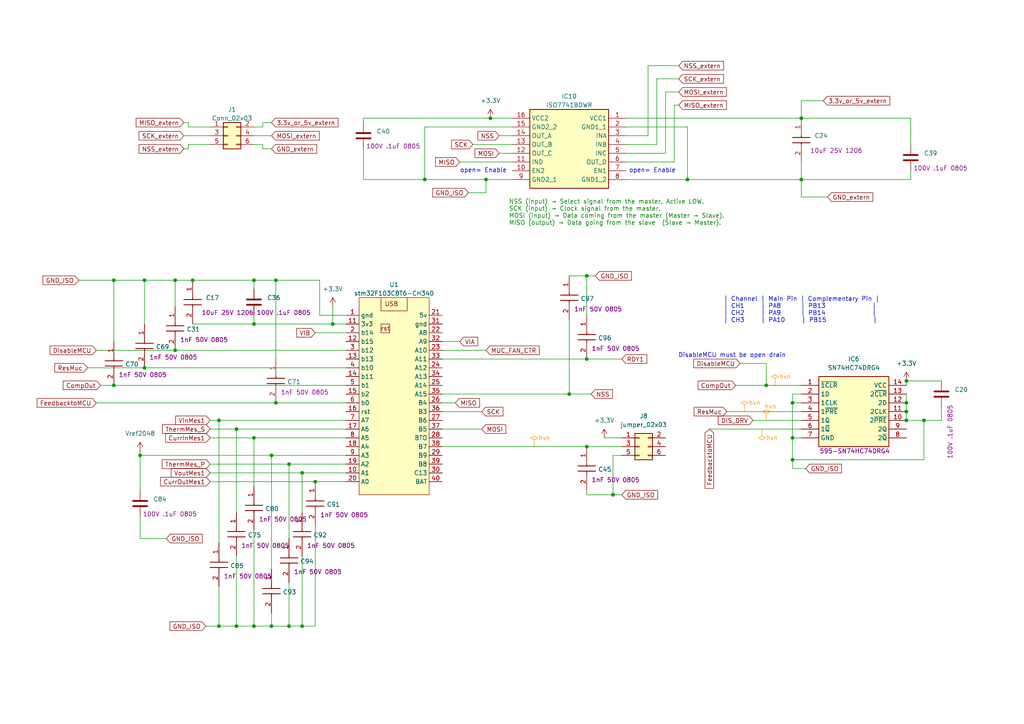
<source format=kicad_sch>
(kicad_sch (version 20250114) (generator "eeschema") (generator_version "9.0")
  (paper "A4")
  (title_block (title "LLC 400V/48V 1200W 100kHz") (date "2025-10-14") (rev "5") (company "Abdelaziz BOUZIANI"))
  (lib_symbols
    (symbol "C0805C102J5GACTU:C0805C102J5GACTU" (pin_names (hide yes))
      (property "Reference" "C" (at 8.89 6.35 0))
      (property "Value" "C0805C102J5GACTU" (at 8.89 3.81 0))
      (symbol "C0805C102J5GACTU_1_1"
        (polyline (pts (xy 5.08 0) (xy 5.588 0)) (stroke (width 0.254)))
        (polyline (pts (xy 5.588 2.54) (xy 5.588 -2.54)) (stroke (width 0.254)))
        (polyline (pts (xy 7.112 2.54) (xy 7.112 -2.54)) (stroke (width 0.254)))
        (polyline (pts (xy 7.112 0) (xy 7.62 0)) (stroke (width 0.254)))
        (pin passive line (at 0 0 0) (length 5.08) (name "1") (number "1"))
        (pin passive line (at 12.7 0 180) (length 5.08) (name "2") (number "2"))
      )
    )
    (symbol "Connector_Generic:Conn_02x03_Odd_Even" (pin_names (offset 1.016) (hide yes))
      (property "Reference" "J" (at 1.27 5.08 0))
      (property "Value" "Conn_02x03_Odd_Even" (at 1.27 -5.08 0))
      (symbol "Conn_02x03_Odd_Even_1_1"
        (rectangle (start -1.27 3.81) (end 3.81 -3.81) (stroke (width 0.254)) (fill (type background)))
        (rectangle (start -1.27 2.667) (end 0 2.413) (stroke (width 0.1524)))
        (rectangle (start -1.27 0.127) (end 0 -0.127) (stroke (width 0.1524)))
        (rectangle (start -1.27 -2.413) (end 0 -2.667) (stroke (width 0.1524)))
        (rectangle (start 3.81 2.667) (end 2.54 2.413) (stroke (width 0.1524)))
        (rectangle (start 3.81 0.127) (end 2.54 -0.127) (stroke (width 0.1524)))
        (rectangle (start 3.81 -2.413) (end 2.54 -2.667) (stroke (width 0.1524)))
        (pin passive line (at -5.08 2.54 0) (length 3.81) (name "Pin_1") (number "1"))
        (pin passive line (at -5.08 0 0) (length 3.81) (name "Pin_3") (number "3"))
        (pin passive line (at -5.08 -2.54 0) (length 3.81) (name "Pin_5") (number "5"))
        (pin passive line (at 7.62 2.54 180) (length 3.81) (name "Pin_2") (number "2"))
        (pin passive line (at 7.62 0 180) (length 3.81) (name "Pin_4") (number "4"))
        (pin passive line (at 7.62 -2.54 180) (length 3.81) (name "Pin_6") (number "6"))
      )
    )
    (symbol "Device:C" (pin_numbers (hide yes)) (pin_names (offset 0.254))
      (property "Reference" "C" (at 0.635 2.54 0))
      (property "Value" "C" (at 0.635 -2.54 0))
      (symbol "C_0_1"
        (polyline (pts (xy -2.032 0.762) (xy 2.032 0.762)) (stroke (width 0.508)))
        (polyline (pts (xy -2.032 -0.762) (xy 2.032 -0.762)) (stroke (width 0.508)))
      )
      (symbol "C_1_1"
        (pin passive line (at 0 3.81 270) (length 2.794) (name "~") (number "1"))
        (pin passive line (at 0 -3.81 90) (length 2.794) (name "~") (number "2"))
      )
    )
    (symbol "GRM31CR71E106KA12K:GRM31CR71E106KA12K" (pin_names (hide yes))
      (property "Reference" "C" (at 8.89 6.35 0))
      (property "Value" "GRM31CR71E106KA12K" (at 8.89 3.81 0))
      (symbol "GRM31CR71E106KA12K_1_1"
        (polyline (pts (xy 5.08 0) (xy 5.588 0)) (stroke (width 0.254)))
        (polyline (pts (xy 5.588 2.54) (xy 5.588 -2.54)) (stroke (width 0.254)))
        (polyline (pts (xy 7.112 2.54) (xy 7.112 -2.54)) (stroke (width 0.254)))
        (polyline (pts (xy 7.112 0) (xy 7.62 0)) (stroke (width 0.254)))
        (pin passive line (at 0 0 0) (length 5.08) (name "1") (number "1"))
        (pin passive line (at 12.7 0 180) (length 5.08) (name "2") (number "2"))
      )
    )
    (symbol "ISO7741BDWR:ISO7741BDWR"
      (property "Reference" "IC" (at 29.21 7.62 0))
      (property "Value" "ISO7741BDWR" (at 29.21 5.08 0))
      (symbol "ISO7741BDWR_1_1"
        (rectangle (start 5.08 2.54) (end 27.94 -20.32) (stroke (width 0.254)) (fill (type background)))
        (pin passive line (at 0 0 0) (length 5.08) (name "VCC1") (number "1"))
        (pin passive line (at 0 -2.54 0) (length 5.08) (name "GND1_1") (number "2"))
        (pin passive line (at 0 -5.08 0) (length 5.08) (name "INA") (number "3"))
        (pin passive line (at 0 -7.62 0) (length 5.08) (name "INB") (number "4"))
        (pin passive line (at 0 -10.16 0) (length 5.08) (name "INC") (number "5"))
        (pin passive line (at 0 -12.7 0) (length 5.08) (name "OUT_D") (number "6"))
        (pin passive line (at 0 -15.24 0) (length 5.08) (name "EN1") (number "7"))
        (pin passive line (at 0 -17.78 0) (length 5.08) (name "GND1_2") (number "8"))
        (pin passive line (at 33.02 0 180) (length 5.08) (name "VCC2") (number "16"))
        (pin passive line (at 33.02 -2.54 180) (length 5.08) (name "GND2_2") (number "15"))
        (pin passive line (at 33.02 -5.08 180) (length 5.08) (name "OUT_A") (number "14"))
        (pin passive line (at 33.02 -7.62 180) (length 5.08) (name "OUT_B") (number "13"))
        (pin passive line (at 33.02 -10.16 180) (length 5.08) (name "OUT_C") (number "12"))
        (pin passive line (at 33.02 -12.7 180) (length 5.08) (name "IND") (number "11"))
        (pin passive line (at 33.02 -15.24 180) (length 5.08) (name "EN2") (number "10"))
        (pin passive line (at 33.02 -17.78 180) (length 5.08) (name "GND2_1") (number "9"))
      )
    )
    (symbol "New_Library:SMT32F1-MINI"
      (property "Reference" "U" (at 0 0 0))
      (symbol "SMT32F1-MINI_1_1"
        (rectangle (start -10.16 -3.81) (end 10.16 -60.96) (fill (type background)))
        (rectangle (start -3.81 -3.81) (end 3.81 -7.62))
        (rectangle (start -3.81 -11.43) (end -1.27 -13.97))
        (text "rst\n" (at -2.54 -12.7 0) (effects (font (size 1.27 1.27))))
        (text "USB\n" (at -0.762 -5.588 0) (effects (font (size 1.27 1.27))))
        (pin input line (at -13.97 -8.89 0) (length 3.81) (name "gnd") (number "1"))
        (pin input line (at -13.97 -11.43 0) (length 3.81) (name "3v3") (number "11"))
        (pin input line (at -13.97 -13.97 0) (length 3.81) (name "b14") (number "2"))
        (pin input line (at -13.97 -16.51 0) (length 3.81) (name "b15") (number "12"))
        (pin input line (at -13.97 -19.05 0) (length 3.81) (name "b12") (number "3"))
        (pin input line (at -13.97 -21.59 0) (length 3.81) (name "b13") (number "13"))
        (pin input line (at -13.97 -24.13 0) (length 3.81) (name "b10") (number "4"))
        (pin input line (at -13.97 -26.67 0) (length 3.81) (name "b11") (number "14"))
        (pin input line (at -13.97 -29.21 0) (length 3.81) (name "b1") (number "5"))
        (pin input line (at -13.97 -31.75 0) (length 3.81) (name "b2") (number "15"))
        (pin input line (at -13.97 -34.29 0) (length 3.81) (name "b0") (number "6"))
        (pin input line (at -13.97 -36.83 0) (length 3.81) (name "rst") (number "16"))
        (pin input line (at -13.97 -39.37 0) (length 3.81) (name "A7") (number "7"))
        (pin input line (at -13.97 -41.91 0) (length 3.81) (name "A6") (number "17"))
        (pin input line (at -13.97 -44.45 0) (length 3.81) (name "A5") (number "8"))
        (pin input line (at -13.97 -46.99 0) (length 3.81) (name "A4") (number "18"))
        (pin input line (at -13.97 -49.53 0) (length 3.81) (name "A3") (number "9"))
        (pin input line (at -13.97 -52.07 0) (length 3.81) (name "A2") (number "19"))
        (pin input line (at -13.97 -54.61 0) (length 3.81) (name "A1") (number "10"))
        (pin input line (at -13.97 -57.15 0) (length 3.81) (name "A0") (number "20"))
        (pin input line (at 13.97 -8.89 180) (length 3.81) (name "5v") (number "21"))
        (pin input line (at 13.97 -11.43 180) (length 3.81) (name "gnd") (number "31"))
        (pin input line (at 13.97 -13.97 180) (length 3.81) (name "A8") (number "22"))
        (pin input line (at 13.97 -16.51 180) (length 3.81) (name "A9") (number "32"))
        (pin input line (at 13.97 -19.05 180) (length 3.81) (name "A10") (number "23"))
        (pin input line (at 13.97 -21.59 180) (length 3.81) (name "A11") (number "33"))
        (pin input line (at 13.97 -24.13 180) (length 3.81) (name "A12") (number "24"))
        (pin input line (at 13.97 -26.67 180) (length 3.81) (name "A13") (number "34"))
        (pin input line (at 13.97 -29.21 180) (length 3.81) (name "A14") (number "25"))
        (pin input line (at 13.97 -31.75 180) (length 3.81) (name "A15") (number "35"))
        (pin input line (at 13.97 -34.29 180) (length 3.81) (name "B4") (number "26"))
        (pin input line (at 13.97 -36.83 180) (length 3.81) (name "B3") (number "36"))
        (pin input line (at 13.97 -39.37 180) (length 3.81) (name "B6") (number "27"))
        (pin input line (at 13.97 -41.91 180) (length 3.81) (name "B5") (number "37"))
        (pin input line (at 13.97 -44.45 180) (length 3.81) (name "BTO") (number "28"))
        (pin input line (at 13.97 -46.99 180) (length 3.81) (name "B7") (number "38"))
        (pin input line (at 13.97 -49.53 180) (length 3.81) (name "B9") (number "29"))
        (pin input line (at 13.97 -52.07 180) (length 3.81) (name "B8") (number "39"))
        (pin input line (at 13.97 -54.61 180) (length 3.81) (name "C13") (number "30"))
        (pin input line (at 13.97 -57.15 180) (length 3.81) (name "BAT") (number "40"))
      )
    )
    (symbol "SN74HC74DRG4:SN74HC74DRG4"
      (property "Reference" "IC" (at 26.67 7.62 0))
      (property "Value" "SN74HC74DRG4" (at 26.67 5.08 0))
      (symbol "SN74HC74DRG4_1_1"
        (rectangle (start 5.08 2.54) (end 25.4 -17.78) (stroke (width 0.254)) (fill (type background)))
        (pin passive line (at 0 0 0) (length 5.08) (name "~{1CLR}") (number "1"))
        (pin passive line (at 0 -2.54 0) (length 5.08) (name "1D") (number "2"))
        (pin passive line (at 0 -5.08 0) (length 5.08) (name "1CLK") (number "3"))
        (pin passive line (at 0 -7.62 0) (length 5.08) (name "1~{PRE}") (number "4"))
        (pin passive line (at 0 -10.16 0) (length 5.08) (name "1Q") (number "5"))
        (pin passive line (at 0 -12.7 0) (length 5.08) (name "1~{Q}") (number "6"))
        (pin passive line (at 0 -15.24 0) (length 5.08) (name "GND") (number "7"))
        (pin passive line (at 30.48 0 180) (length 5.08) (name "VCC") (number "14"))
        (pin passive line (at 30.48 -2.54 180) (length 5.08) (name "2~{CLR}") (number "13"))
        (pin passive line (at 30.48 -5.08 180) (length 5.08) (name "2D") (number "12"))
        (pin passive line (at 30.48 -7.62 180) (length 5.08) (name "2CLK") (number "11"))
        (pin passive line (at 30.48 -10.16 180) (length 5.08) (name "2~{PRE}") (number "10"))
        (pin passive line (at 30.48 -12.7 180) (length 5.08) (name "2Q") (number "9"))
        (pin passive line (at 30.48 -15.24 180) (length 5.08) (name "2~{Q}") (number "8"))
      )
    )
    (symbol "power:+3V0" (power) (pin_numbers (hide yes)) (pin_names (offset 0) (hide yes))
      (property "Value" "+3V0" (at 0 3.556 0))
      (symbol "+3V0_0_1"
        (polyline (pts (xy -0.762 1.27) (xy 0 2.54)))
        (polyline (pts (xy 0 2.54) (xy 0.762 1.27)))
        (polyline (pts (xy 0 0) (xy 0 2.54)))
      )
      (symbol "+3V0_1_1"
        (pin power_in line (at 0 0 90) (length 0) (name "~") (number "1"))
      )
    )
    (symbol "power:+5V" (power) (pin_numbers (hide yes)) (pin_names (offset 0) (hide yes))
      (property "Value" "+5V" (at 0 3.556 0))
      (symbol "+5V_0_1"
        (polyline (pts (xy -0.762 1.27) (xy 0 2.54)))
        (polyline (pts (xy 0 2.54) (xy 0.762 1.27)))
        (polyline (pts (xy 0 0) (xy 0 2.54)))
      )
      (symbol "+5V_1_1"
        (pin power_in line (at 0 0 90) (length 0) (name "~") (number "1"))
      )
    )
  )
  (text "DisableMCU must be open drain\n" (at 212.344 103.124 0) (effects (font (size 1.27 1.27))))
  (text "| Channel | Main Pin | Complementary Pin |\n| CH1     | PA8      | PB13              |\n| CH2     | PA9      | PB14              |\n| CH3     | PA10     | PB15              |" (at 209.804 89.916 0) (effects (font (size 1.27 1.27)) (justify left)))
  (text "open= Enable\n" (at 189.23 49.53 0) (effects (font (size 1.27 1.27))))
  (text "open= Enable\n" (at 140.208 49.53 0) (effects (font (size 1.27 1.27))))
  (text "NSS (input) → Select signal from the master. Active LOW. \nSCK (input) → Clock signal from the master. \nMOSI (input) → Data coming from the master (Master → Slave).\nMISO (output) → Data going from the slave  (Slave → Master)." (at 147.574 61.722 0) (effects (font (size 1.27 1.27)) (justify left)))
  (junction (at 229.87 127))
  (junction (at 73.66 81.28))
  (junction (at 229.87 116.84))
  (junction (at 33.02 111.76))
  (junction (at 50.8 101.6))
  (junction (at 91.44 139.7))
  (junction (at 40.64 132.08))
  (junction (at 170.18 104.14))
  (junction (at 142.24 34.29))
  (junction (at 83.82 181.61))
  (junction (at 140.97 52.07))
  (junction (at 267.97 121.92))
  (junction (at 80.01 116.84))
  (junction (at 73.66 93.98))
  (junction (at 87.63 181.61))
  (junction (at 232.41 52.07))
  (junction (at 73.66 181.61))
  (junction (at 83.82 134.62))
  (junction (at 222.25 111.76))
  (junction (at 33.02 81.28))
  (junction (at 63.5 181.61))
  (junction (at 87.63 137.16))
  (junction (at 80.01 81.28))
  (junction (at 123.19 52.07))
  (junction (at 41.91 81.28))
  (junction (at 262.89 119.38))
  (junction (at 262.89 110.49))
  (junction (at 68.58 124.46))
  (junction (at 165.1 114.3))
  (junction (at 170.18 129.54))
  (junction (at 78.74 181.61))
  (junction (at 73.66 127))
  (junction (at 96.52 93.98))
  (junction (at 50.8 81.28))
  (junction (at 41.91 106.68))
  (junction (at 262.89 121.92))
  (junction (at 262.89 116.84))
  (junction (at 55.88 81.28))
  (junction (at 199.39 52.07))
  (junction (at 63.5 121.92))
  (junction (at 170.18 80.01))
  (junction (at 232.41 34.29))
  (junction (at 229.87 133.35))
  (junction (at 68.58 181.61))
  (junction (at 78.74 132.08))
  (junction (at 177.8 143.51))
  (wire (pts (xy 54.61 43.18) (xy 54.61 41.91)))
  (wire (pts (xy 262.89 116.84) (xy 262.89 119.38)))
  (wire (pts (xy 187.96 19.05) (xy 187.96 39.37)))
  (wire (pts (xy 128.27 104.14) (xy 170.18 104.14)))
  (wire (pts (xy 53.34 35.56) (xy 54.61 35.56)))
  (wire (pts (xy 22.86 81.28) (xy 33.02 81.28)))
  (wire (pts (xy 128.27 119.38) (xy 139.7 119.38)))
  (wire (pts (xy 172.72 80.01) (xy 170.18 80.01)))
  (wire (pts (xy 140.97 52.07) (xy 148.59 52.07)))
  (wire (pts (xy 229.87 133.35) (xy 267.97 133.35)))
  (wire (pts (xy 170.18 142.24) (xy 170.18 143.51)))
  (wire (pts (xy 91.44 139.7) (xy 100.33 139.7)))
  (wire (pts (xy 73.66 181.61) (xy 78.74 181.61)))
  (wire (pts (xy 232.41 34.29) (xy 181.61 34.29)))
  (wire (pts (xy 170.18 129.54) (xy 180.34 129.54)))
  (wire (pts (xy 50.8 81.28) (xy 55.88 81.28)))
  (wire (pts (xy 53.34 39.37) (xy 60.96 39.37)))
  (wire (pts (xy 232.41 52.07) (xy 199.39 52.07)))
  (wire (pts (xy 55.88 93.98) (xy 73.66 93.98)))
  (wire (pts (xy 96.52 93.98) (xy 100.33 93.98)))
  (wire (pts (xy 264.16 34.29) (xy 264.16 41.91)))
  (wire (pts (xy 196.85 26.67) (xy 193.04 26.67)))
  (wire (pts (xy 59.69 181.61) (xy 63.5 181.61)))
  (wire (pts (xy 63.5 181.61) (xy 68.58 181.61)))
  (wire (pts (xy 40.64 156.21) (xy 40.64 149.86)))
  (wire (pts (xy 128.27 114.3) (xy 165.1 114.3)))
  (wire (pts (xy 73.66 81.28) (xy 80.01 81.28)))
  (wire (pts (xy 262.89 110.49) (xy 273.05 110.49)))
  (wire (pts (xy 187.96 39.37) (xy 181.61 39.37)))
  (wire (pts (xy 92.71 91.44) (xy 100.33 91.44)))
  (wire (pts (xy 92.71 91.44) (xy 92.71 81.28)))
  (wire (pts (xy 68.58 181.61) (xy 73.66 181.61)))
  (wire (pts (xy 128.27 124.46) (xy 139.7 124.46)))
  (wire (pts (xy 54.61 35.56) (xy 54.61 36.83)))
  (wire (pts (xy 87.63 181.61) (xy 91.44 181.61)))
  (wire (pts (xy 196.85 22.86) (xy 190.5 22.86)))
  (wire (pts (xy 91.44 152.4) (xy 91.44 181.61)))
  (wire (pts (xy 196.85 30.48) (xy 195.58 30.48)))
  (wire (pts (xy 177.8 143.51) (xy 180.34 143.51)))
  (wire (pts (xy 264.16 49.53) (xy 264.16 52.07)))
  (wire (pts (xy 229.87 135.89) (xy 229.87 133.35)))
  (wire (pts (xy 229.87 114.3) (xy 232.41 114.3)))
  (wire (pts (xy 170.18 104.14) (xy 180.34 104.14)))
  (wire (pts (xy 105.41 34.29) (xy 105.41 35.56)))
  (wire (pts (xy 63.5 121.92) (xy 63.5 157.48)))
  (wire (pts (xy 199.39 52.07) (xy 181.61 52.07)))
  (wire (pts (xy 50.8 101.6) (xy 100.33 101.6)))
  (wire (pts (xy 87.63 161.29) (xy 87.63 181.61)))
  (wire (pts (xy 148.59 34.29) (xy 142.24 34.29)))
  (wire (pts (xy 78.74 43.18) (xy 76.2 43.18)))
  (wire (pts (xy 229.87 116.84) (xy 232.41 116.84)))
  (wire (pts (xy 229.87 133.35) (xy 229.87 127)))
  (wire (pts (xy 33.02 111.76) (xy 100.33 111.76)))
  (wire (pts (xy 55.88 81.28) (xy 73.66 81.28)))
  (wire (pts (xy 33.02 81.28) (xy 41.91 81.28)))
  (wire (pts (xy 78.74 181.61) (xy 83.82 181.61)))
  (wire (pts (xy 29.21 111.76) (xy 33.02 111.76)))
  (wire (pts (xy 262.89 110.49) (xy 262.89 111.76)))
  (wire (pts (xy 60.96 127) (xy 73.66 127)))
  (wire (pts (xy 63.5 121.92) (xy 100.33 121.92)))
  (wire (pts (xy 41.91 106.68) (xy 100.33 106.68)))
  (wire (pts (xy 273.05 118.11) (xy 273.05 121.92)))
  (wire (pts (xy 148.59 39.37) (xy 144.78 39.37)))
  (wire (pts (xy 73.66 127) (xy 100.33 127)))
  (wire (pts (xy 267.97 121.92) (xy 267.97 133.35)))
  (wire (pts (xy 50.8 81.28) (xy 50.8 88.9)))
  (wire (pts (xy 41.91 81.28) (xy 50.8 81.28)))
  (wire (pts (xy 233.68 135.89) (xy 229.87 135.89)))
  (wire (pts (xy 170.18 80.01) (xy 170.18 91.44)))
  (wire (pts (xy 222.25 111.76) (xy 232.41 111.76)))
  (wire (pts (xy 73.66 93.98) (xy 73.66 91.44)))
  (wire (pts (xy 264.16 52.07) (xy 232.41 52.07)))
  (wire (pts (xy 148.59 36.83) (xy 123.19 36.83)))
  (wire (pts (xy 232.41 46.99) (xy 232.41 52.07)))
  (wire (pts (xy 128.27 116.84) (xy 132.08 116.84)))
  (wire (pts (xy 53.34 43.18) (xy 54.61 43.18)))
  (wire (pts (xy 63.5 181.61) (xy 63.5 170.18)))
  (wire (pts (xy 238.76 29.21) (xy 232.41 29.21)))
  (wire (pts (xy 190.5 22.86) (xy 190.5 41.91)))
  (wire (pts (xy 213.36 111.76) (xy 222.25 111.76)))
  (wire (pts (xy 273.05 121.92) (xy 267.97 121.92)))
  (wire (pts (xy 27.94 116.84) (xy 80.01 116.84)))
  (wire (pts (xy 83.82 134.62) (xy 100.33 134.62)))
  (wire (pts (xy 73.66 153.67) (xy 73.66 181.61)))
  (wire (pts (xy 232.41 119.38) (xy 210.82 119.38)))
  (wire (pts (xy 123.19 52.07) (xy 140.97 52.07)))
  (wire (pts (xy 232.41 57.15) (xy 240.03 57.15)))
  (wire (pts (xy 148.59 44.45) (xy 144.78 44.45)))
  (wire (pts (xy 40.64 132.08) (xy 40.64 130.81)))
  (wire (pts (xy 105.41 52.07) (xy 123.19 52.07)))
  (wire (pts (xy 128.27 129.54) (xy 170.18 129.54)))
  (wire (pts (xy 222.25 105.41) (xy 222.25 111.76)))
  (wire (pts (xy 165.1 114.3) (xy 171.45 114.3)))
  (wire (pts (xy 170.18 143.51) (xy 177.8 143.51)))
  (wire (pts (xy 78.74 35.56) (xy 76.2 35.56)))
  (wire (pts (xy 135.89 55.88) (xy 140.97 55.88)))
  (wire (pts (xy 68.58 124.46) (xy 68.58 148.59)))
  (wire (pts (xy 83.82 134.62) (xy 83.82 156.21)))
  (wire (pts (xy 214.63 105.41) (xy 222.25 105.41)))
  (wire (pts (xy 262.89 119.38) (xy 262.89 121.92)))
  (wire (pts (xy 73.66 127) (xy 73.66 140.97)))
  (wire (pts (xy 165.1 92.71) (xy 165.1 114.3)))
  (wire (pts (xy 73.66 36.83) (xy 76.2 36.83)))
  (wire (pts (xy 262.89 121.92) (xy 267.97 121.92)))
  (wire (pts (xy 73.66 93.98) (xy 96.52 93.98)))
  (wire (pts (xy 80.01 81.28) (xy 80.01 104.14)))
  (wire (pts (xy 229.87 127) (xy 229.87 116.84)))
  (wire (pts (xy 60.96 121.92) (xy 63.5 121.92)))
  (wire (pts (xy 181.61 36.83) (xy 199.39 36.83)))
  (wire (pts (xy 180.34 132.08) (xy 177.8 132.08)))
  (wire (pts (xy 148.59 46.99) (xy 133.35 46.99)))
  (wire (pts (xy 41.91 81.28) (xy 41.91 93.98)))
  (wire (pts (xy 60.96 139.7) (xy 91.44 139.7)))
  (wire (pts (xy 78.74 132.08) (xy 100.33 132.08)))
  (wire (pts (xy 60.96 134.62) (xy 83.82 134.62)))
  (wire (pts (xy 40.64 132.08) (xy 40.64 142.24)))
  (wire (pts (xy 80.01 116.84) (xy 100.33 116.84)))
  (wire (pts (xy 232.41 52.07) (xy 232.41 57.15)))
  (wire (pts (xy 60.96 124.46) (xy 68.58 124.46)))
  (wire (pts (xy 40.64 132.08) (xy 78.74 132.08)))
  (wire (pts (xy 205.74 124.46) (xy 232.41 124.46)))
  (wire (pts (xy 48.26 156.21) (xy 40.64 156.21)))
  (wire (pts (xy 193.04 26.67) (xy 193.04 44.45)))
  (wire (pts (xy 78.74 132.08) (xy 78.74 165.1)))
  (wire (pts (xy 96.52 88.9) (xy 96.52 93.98)))
  (wire (pts (xy 142.24 34.29) (xy 105.41 34.29)))
  (wire (pts (xy 60.96 137.16) (xy 87.63 137.16)))
  (wire (pts (xy 80.01 81.28) (xy 92.71 81.28)))
  (wire (pts (xy 199.39 36.83) (xy 199.39 52.07)))
  (wire (pts (xy 229.87 116.84) (xy 229.87 114.3)))
  (wire (pts (xy 177.8 132.08) (xy 177.8 143.51)))
  (wire (pts (xy 232.41 29.21) (xy 232.41 34.29)))
  (wire (pts (xy 83.82 181.61) (xy 87.63 181.61)))
  (wire (pts (xy 68.58 161.29) (xy 68.58 181.61)))
  (wire (pts (xy 195.58 46.99) (xy 181.61 46.99)))
  (wire (pts (xy 128.27 101.6) (xy 140.97 101.6)))
  (wire (pts (xy 73.66 81.28) (xy 73.66 83.82)))
  (wire (pts (xy 232.41 127) (xy 229.87 127)))
  (wire (pts (xy 262.89 114.3) (xy 262.89 116.84)))
  (wire (pts (xy 190.5 41.91) (xy 181.61 41.91)))
  (wire (pts (xy 105.41 43.18) (xy 105.41 52.07)))
  (wire (pts (xy 123.19 36.83) (xy 123.19 52.07)))
  (wire (pts (xy 78.74 177.8) (xy 78.74 181.61)))
  (wire (pts (xy 73.66 41.91) (xy 76.2 41.91)))
  (wire (pts (xy 193.04 44.45) (xy 181.61 44.45)))
  (wire (pts (xy 87.63 137.16) (xy 87.63 148.59)))
  (wire (pts (xy 54.61 41.91) (xy 60.96 41.91)))
  (wire (pts (xy 68.58 124.46) (xy 100.33 124.46)))
  (wire (pts (xy 196.85 19.05) (xy 187.96 19.05)))
  (wire (pts (xy 128.27 99.06) (xy 133.35 99.06)))
  (wire (pts (xy 25.4 106.68) (xy 41.91 106.68)))
  (wire (pts (xy 264.16 34.29) (xy 232.41 34.29)))
  (wire (pts (xy 148.59 41.91) (xy 137.16 41.91)))
  (wire (pts (xy 76.2 35.56) (xy 76.2 36.83)))
  (wire (pts (xy 218.44 121.92) (xy 232.41 121.92)))
  (wire (pts (xy 91.44 96.52) (xy 100.33 96.52)))
  (wire (pts (xy 165.1 80.01) (xy 170.18 80.01)))
  (wire (pts (xy 140.97 55.88) (xy 140.97 52.07)))
  (wire (pts (xy 87.63 137.16) (xy 100.33 137.16)))
  (wire (pts (xy 83.82 168.91) (xy 83.82 181.61)))
  (wire (pts (xy 73.66 39.37) (xy 78.74 39.37)))
  (wire (pts (xy 76.2 43.18) (xy 76.2 41.91)))
  (wire (pts (xy 54.61 36.83) (xy 60.96 36.83)))
  (wire (pts (xy 33.02 81.28) (xy 33.02 99.06)))
  (wire (pts (xy 195.58 30.48) (xy 195.58 46.99)))
  (wire (pts (xy 175.26 127) (xy 180.34 127)))
  (wire (pts (xy 27.94 101.6) (xy 50.8 101.6)))
  (global_label "MOSI_extern" (shape input) (at 78.74 39.37 0) (property "Intersheetrefs" "${INTERSHEET_REFS}" (effects (hide yes))))
  (global_label "DIS_DRV" (shape input) (at 218.44 121.92 180) (property "Intersheetrefs" "${INTERSHEET_REFS}" (effects (hide yes))))
  (global_label "GND_ISO" (shape input) (at 180.34 143.51 0) (property "Intersheetrefs" "${INTERSHEET_REFS}" (effects (hide yes))))
  (global_label "GND_ISO" (shape input) (at 48.26 156.21 0) (property "Intersheetrefs" "${INTERSHEET_REFS}" (effects (hide yes))))
  (global_label "MOSI" (shape input) (at 139.7 124.46 0) (property "Intersheetrefs" "${INTERSHEET_REFS}" (effects (hide yes))))
  (global_label "GND_extern" (shape input) (at 78.74 43.18 0) (property "Intersheetrefs" "${INTERSHEET_REFS}" (effects (hide yes))))
  (global_label "ResMuc" (shape input) (at 210.82 119.38 180) (property "Intersheetrefs" "${INTERSHEET_REFS}" (effects (hide yes))))
  (global_label "VinMes1" (shape input) (at 60.96 121.92 180) (property "Intersheetrefs" "${INTERSHEET_REFS}" (effects (hide yes))))
  (global_label "GND_ISO" (shape input) (at 172.72 80.01 0) (property "Intersheetrefs" "${INTERSHEET_REFS}" (effects (hide yes))))
  (global_label "CurrInMes1" (shape input) (at 60.96 127 180) (property "Intersheetrefs" "${INTERSHEET_REFS}" (effects (hide yes))))
  (global_label "SCK" (shape input) (at 139.7 119.38 0) (property "Intersheetrefs" "${INTERSHEET_REFS}" (effects (hide yes))))
  (global_label "SCK_extern" (shape input) (at 196.85 22.86 0) (property "Intersheetrefs" "${INTERSHEET_REFS}" (effects (hide yes))))
  (global_label "RDY1" (shape input) (at 180.34 104.14 0) (property "Intersheetrefs" "${INTERSHEET_REFS}" (effects (hide yes))))
  (global_label "SCK" (shape input) (at 137.16 41.91 180) (property "Intersheetrefs" "${INTERSHEET_REFS}" (effects (hide yes))))
  (global_label "NSS_extern" (shape input) (at 53.34 43.18 180) (property "Intersheetrefs" "${INTERSHEET_REFS}" (effects (hide yes))))
  (global_label "FeedbacktoMCU" (shape input) (at 205.74 124.46 270) (property "Intersheetrefs" "${INTERSHEET_REFS}" (effects (hide yes))))
  (global_label "DisableMCU" (shape input) (at 214.63 105.41 180) (property "Intersheetrefs" "${INTERSHEET_REFS}" (effects (hide yes))))
  (global_label "NSS" (shape input) (at 171.45 114.3 0) (property "Intersheetrefs" "${INTERSHEET_REFS}" (effects (hide yes))))
  (global_label "MISO" (shape input) (at 132.08 116.84 0) (property "Intersheetrefs" "${INTERSHEET_REFS}" (effects (hide yes))))
  (global_label "MOSI" (shape input) (at 144.78 44.45 180) (property "Intersheetrefs" "${INTERSHEET_REFS}" (effects (hide yes))))
  (global_label "ResMuc" (shape input) (at 25.4 106.68 180) (property "Intersheetrefs" "${INTERSHEET_REFS}" (effects (hide yes))))
  (global_label "ThermMes_P" (shape input) (at 60.96 134.62 180) (property "Intersheetrefs" "${INTERSHEET_REFS}" (effects (hide yes))))
  (global_label "NSS" (shape input) (at 144.78 39.37 180) (property "Intersheetrefs" "${INTERSHEET_REFS}" (effects (hide yes))))
  (global_label "VIA" (shape input) (at 133.35 99.06 0) (property "Intersheetrefs" "${INTERSHEET_REFS}" (effects (hide yes))))
  (global_label "CompOut" (shape input) (at 29.21 111.76 180) (property "Intersheetrefs" "${INTERSHEET_REFS}" (effects (hide yes))))
  (global_label "GND_ISO" (shape input) (at 59.69 181.61 180) (property "Intersheetrefs" "${INTERSHEET_REFS}" (effects (hide yes))))
  (global_label "3.3v_or_5v_extern" (shape input) (at 78.74 35.56 0) (property "Intersheetrefs" "${INTERSHEET_REFS}" (effects (hide yes))))
  (global_label "GND_ISO" (shape input) (at 22.86 81.28 180) (property "Intersheetrefs" "${INTERSHEET_REFS}" (effects (hide yes))))
  (global_label "MUC_FAN_CTR" (shape input) (at 140.97 101.6 0) (property "Intersheetrefs" "${INTERSHEET_REFS}" (effects (hide yes))))
  (global_label "CurrOutMes1" (shape input) (at 60.96 139.7 180) (property "Intersheetrefs" "${INTERSHEET_REFS}" (effects (hide yes))))
  (global_label "SCK_extern" (shape input) (at 53.34 39.37 180) (property "Intersheetrefs" "${INTERSHEET_REFS}" (effects (hide yes))))
  (global_label "VoutMes1" (shape input) (at 60.96 137.16 180) (property "Intersheetrefs" "${INTERSHEET_REFS}" (effects (hide yes))))
  (global_label "NSS_extern" (shape input) (at 196.85 19.05 0) (property "Intersheetrefs" "${INTERSHEET_REFS}" (effects (hide yes))))
  (global_label "CompOut" (shape input) (at 213.36 111.76 180) (property "Intersheetrefs" "${INTERSHEET_REFS}" (effects (hide yes))))
  (global_label "GND_ISO" (shape input) (at 135.89 55.88 180) (property "Intersheetrefs" "${INTERSHEET_REFS}" (effects (hide yes))))
  (global_label "GND_extern" (shape input) (at 240.03 57.15 0) (property "Intersheetrefs" "${INTERSHEET_REFS}" (effects (hide yes))))
  (global_label "MISO_extern" (shape input) (at 53.34 35.56 180) (property "Intersheetrefs" "${INTERSHEET_REFS}" (effects (hide yes))))
  (global_label "VIB" (shape input) (at 91.44 96.52 180) (property "Intersheetrefs" "${INTERSHEET_REFS}" (effects (hide yes))))
  (global_label "MOSI_extern" (shape input) (at 196.85 26.67 0) (property "Intersheetrefs" "${INTERSHEET_REFS}" (effects (hide yes))))
  (global_label "MISO_extern" (shape input) (at 196.85 30.48 0) (property "Intersheetrefs" "${INTERSHEET_REFS}" (effects (hide yes))))
  (global_label "MISO" (shape input) (at 133.35 46.99 180) (property "Intersheetrefs" "${INTERSHEET_REFS}" (effects (hide yes))))
  (global_label "DisableMCU" (shape input) (at 27.94 101.6 180) (property "Intersheetrefs" "${INTERSHEET_REFS}" (effects (hide yes))))
  (global_label "ThermMes_S" (shape input) (at 60.96 124.46 180) (property "Intersheetrefs" "${INTERSHEET_REFS}" (effects (hide yes))))
  (global_label "FeedbacktoMCU" (shape input) (at 27.94 116.84 180) (property "Intersheetrefs" "${INTERSHEET_REFS}" (effects (hide yes))))
  (global_label "GND_ISO" (shape input) (at 233.68 135.89 0) (property "Intersheetrefs" "${INTERSHEET_REFS}" (effects (hide yes))))
  (global_label "3.3v_or_5v_extern" (shape input) (at 238.76 29.21 0) (property "Intersheetrefs" "${INTERSHEET_REFS}" (effects (hide yes))))
  (netclass_flag "" (length 2.54) (shape diamond) (at 222.25 121.92 0) (property "Netclass" "hvn" (at 221.742 117.856 0) (effects (justify left))))
  (netclass_flag "" (length 2.54) (shape diamond) (at 224.79 111.76 0) (property "Netclass" "hvn" (at 225.9965 109.22 0) (effects (justify left))))
  (netclass_flag "" (length 2.54) (shape diamond) (at 154.94 129.54 0) (property "Netclass" "hvn" (at 156.1465 127 0) (effects (justify left))))
  (netclass_flag "" (length 2.54) (shape diamond) (at 215.9 119.38 0) (property "Netclass" "hvn" (at 217.1065 116.84 0) (effects (justify left))))
  (netclass_flag "" (length 2.54) (shape diamond) (at 220.98 124.46 180) (property "Netclass" "hvn" (at 222.1865 127 0) (effects (justify left))))
  (symbol (lib_id "C0805C102J5GACTU:C0805C102J5GACTU") (at 165.1 80.01 270) (unit 1)
    (property "Reference" "C97" (at 168.402 86.614 90) (effects (justify left)))
    (property "Value" "C0805C102J5GACTU" (effects (hide yes)))
    (property "Footprint" "C0805C102J5GACTU:C0805" (effects (hide yes)))
    (property "Datasheet" "https://content.kemet.com/datasheets/KEM_C1003_C0G_SMD.pdf" (effects (hide yes)))
    (property "Description" "1nF 50V 0805" (at 173.482 89.662 90))
    (property "Height" "1.1" (effects (hide yes)))
    (property "Mouser Part Number" "80-C0805C102J5G" (effects (hide yes)))
    (property "Mouser Price/Stock" "https://www.mouser.co.uk/ProductDetail/KEMET/C0805C102J5GACTU?qs=yrVqjCObULOWvTzsHVJg1Q%3D%3D" (effects (hide yes)))
    (property "Manufacturer_Name" "KEMET" (effects (hide yes)))
    (property "Manufacturer_Part_Number" "C0805C102J5GACTU" (effects (hide yes)))
  )
  (symbol (lib_id "C0805C102J5GACTU:C0805C102J5GACTU") (at 80.01 104.14 270) (unit 1)
    (property "Reference" "C71" (at 83.312 110.744 90) (effects (justify left)))
    (property "Value" "C0805C102J5GACTU" (effects (hide yes)))
    (property "Footprint" "C0805C102J5GACTU:C0805" (effects (hide yes)))
    (property "Datasheet" "https://content.kemet.com/datasheets/KEM_C1003_C0G_SMD.pdf" (effects (hide yes)))
    (property "Description" "1nF 50V 0805" (at 88.392 113.792 90))
    (property "Height" "1.1" (effects (hide yes)))
    (property "Mouser Part Number" "80-C0805C102J5G" (effects (hide yes)))
    (property "Mouser Price/Stock" "https://www.mouser.co.uk/ProductDetail/KEMET/C0805C102J5GACTU?qs=yrVqjCObULOWvTzsHVJg1Q%3D%3D" (effects (hide yes)))
    (property "Manufacturer_Name" "KEMET" (effects (hide yes)))
    (property "Manufacturer_Part_Number" "C0805C102J5GACTU" (effects (hide yes)))
  )
  (symbol (lib_id "C0805C102J5GACTU:C0805C102J5GACTU") (at 170.18 91.44 270) (unit 1)
    (property "Reference" "C96" (at 173.482 98.044 90) (effects (justify left)))
    (property "Value" "C0805C102J5GACTU" (effects (hide yes)))
    (property "Footprint" "C0805C102J5GACTU:C0805" (effects (hide yes)))
    (property "Datasheet" "https://content.kemet.com/datasheets/KEM_C1003_C0G_SMD.pdf" (effects (hide yes)))
    (property "Description" "1nF 50V 0805" (at 178.562 101.092 90))
    (property "Height" "1.1" (effects (hide yes)))
    (property "Mouser Part Number" "80-C0805C102J5G" (effects (hide yes)))
    (property "Mouser Price/Stock" "https://www.mouser.co.uk/ProductDetail/KEMET/C0805C102J5GACTU?qs=yrVqjCObULOWvTzsHVJg1Q%3D%3D" (effects (hide yes)))
    (property "Manufacturer_Name" "KEMET" (effects (hide yes)))
    (property "Manufacturer_Part_Number" "C0805C102J5GACTU" (effects (hide yes)))
  )
  (symbol (lib_id "GRM31CR71E106KA12K:GRM31CR71E106KA12K") (at 232.41 34.29 270) (unit 1)
    (property "Reference" "C24" (at 236.22 39.3699 90) (effects (justify left)))
    (property "Value" "GRM31CR71E106KA12K" (effects (hide yes)))
    (property "Footprint" "GRM31CR71E106KA12K:GRM31x" (effects (hide yes)))
    (property "Datasheet" "https://search.murata.co.jp/Ceramy/image/img/A01X/G101/ENG/GRM31CR71E106KA12-01CA.pdf" (effects (hide yes)))
    (property "Description" "10uF 25V 1206" (at 242.57 43.688 90))
    (property "Height" "1.25" (effects (hide yes)))
    (property "Mouser Part Number" "81-GRM31CR71E106KA2K" (effects (hide yes)))
    (property "Mouser Price/Stock" "https://www.mouser.co.uk/ProductDetail/Murata-Electronics/GRM31CR71E106KA12K?qs=raY79WRVTyM6xGVExNjdaw%3D%3D" (effects (hide yes)))
    (property "Manufacturer_Name" "Murata Electronics" (effects (hide yes)))
    (property "Manufacturer_Part_Number" "GRM31CR71E106KA12K" (effects (hide yes)))
  )
  (symbol (lib_id "Device:C") (at 40.64 146.05 0) (unit 1)
    (property "Reference" "C84" (at 44.45 144.7799 0) (effects (justify left)))
    (property "Value" "SH21B104K101CT" (effects (hide yes)))
    (property "Footprint" "Capacitor_SMD:C_0805_2012Metric" (effects (hide yes)))
    (property "Datasheet" "https://www.mouser.fr/datasheet/3/317/1/WTC_MLCC_Soft_term_SH.pdf" (effects (hide yes)))
    (property "Description" "100V .1uF 0805" (at 49.276 149.098 0))
    (property "Manufacturer_Name" "Walsin" (effects (hide yes)))
    (property "Manufacturer_Part_Number " "SH21B104K101CT" (effects (hide yes)))
    (property "Mouser Part Number" "791-SH21B104K101CT" (effects (hide yes)))
  )
  (symbol (lib_id "New_Library:SMT32F1-MINI") (at 114.3 82.55 0) (unit 1)
    (property "Reference" "U1" (at 114.3 82.55 0))
    (property "Value" "stm32F103C8T6-CH340" (at 114.3 85.09 0))
    (property "Footprint" "New_Linrary:SMT32F1-MINI" (effects (hide yes)))
    (property "Description" "stm32F103C8T6-CH340 PCB" (effects (hide yes)))
  )
  (symbol (lib_id "power:+3V0") (at 40.64 130.81 0) (unit 1)
    (property "Reference" "#PWR03" (effects (hide yes)))
    (property "Value" "Vref2048" (at 40.64 125.73 0))
    (property "Description" "Power symbol creates a global label with name \"+3V0\"" (effects (hide yes)))
  )
  (symbol (lib_id "power:+5V") (at 262.89 110.49 0) (unit 1)
    (property "Reference" "#PWR06" (effects (hide yes)))
    (property "Value" "+3.3V" (at 262.89 105.41 0))
    (property "Description" "Power symbol creates a global label with name \"+5V\"" (effects (hide yes)))
  )
  (symbol (lib_id "C0805C102J5GACTU:C0805C102J5GACTU") (at 73.66 140.97 270) (unit 1)
    (property "Reference" "C80" (at 76.962 147.574 90) (effects (justify left)))
    (property "Value" "C0805C102J5GACTU" (effects (hide yes)))
    (property "Footprint" "C0805C102J5GACTU:C0805" (effects (hide yes)))
    (property "Datasheet" "https://content.kemet.com/datasheets/KEM_C1003_C0G_SMD.pdf" (effects (hide yes)))
    (property "Description" "1nF 50V 0805" (at 82.042 150.622 90))
    (property "Height" "1.1" (effects (hide yes)))
    (property "Mouser Part Number" "80-C0805C102J5G" (effects (hide yes)))
    (property "Mouser Price/Stock" "https://www.mouser.co.uk/ProductDetail/KEMET/C0805C102J5GACTU?qs=yrVqjCObULOWvTzsHVJg1Q%3D%3D" (effects (hide yes)))
    (property "Manufacturer_Name" "KEMET" (effects (hide yes)))
    (property "Manufacturer_Part_Number" "C0805C102J5GACTU" (effects (hide yes)))
  )
  (symbol (lib_id "C0805C102J5GACTU:C0805C102J5GACTU") (at 50.8 88.9 270) (unit 1)
    (property "Reference" "C31" (at 54.102 95.504 90) (effects (justify left)))
    (property "Value" "C0805C102J5GACTU" (effects (hide yes)))
    (property "Footprint" "C0805C102J5GACTU:C0805" (effects (hide yes)))
    (property "Datasheet" "https://content.kemet.com/datasheets/KEM_C1003_C0G_SMD.pdf" (effects (hide yes)))
    (property "Description" "1nF 50V 0805" (at 59.182 98.552 90))
    (property "Height" "1.1" (effects (hide yes)))
    (property "Mouser Part Number" "80-C0805C102J5G" (effects (hide yes)))
    (property "Mouser Price/Stock" "https://www.mouser.co.uk/ProductDetail/KEMET/C0805C102J5GACTU?qs=yrVqjCObULOWvTzsHVJg1Q%3D%3D" (effects (hide yes)))
    (property "Manufacturer_Name" "KEMET" (effects (hide yes)))
    (property "Manufacturer_Part_Number" "C0805C102J5GACTU" (effects (hide yes)))
  )
  (symbol (lib_id "C0805C102J5GACTU:C0805C102J5GACTU") (at 170.18 129.54 270) (unit 1)
    (property "Reference" "C45" (at 173.482 136.144 90) (effects (justify left)))
    (property "Value" "C0805C102J5GACTU" (effects (hide yes)))
    (property "Footprint" "C0805C102J5GACTU:C0805" (effects (hide yes)))
    (property "Datasheet" "https://content.kemet.com/datasheets/KEM_C1003_C0G_SMD.pdf" (effects (hide yes)))
    (property "Description" "1nF 50V 0805" (at 178.562 139.192 90))
    (property "Height" "1.1" (effects (hide yes)))
    (property "Mouser Part Number" "80-C0805C102J5G" (effects (hide yes)))
    (property "Mouser Price/Stock" "https://www.mouser.co.uk/ProductDetail/KEMET/C0805C102J5GACTU?qs=yrVqjCObULOWvTzsHVJg1Q%3D%3D" (effects (hide yes)))
    (property "Manufacturer_Name" "KEMET" (effects (hide yes)))
    (property "Manufacturer_Part_Number" "C0805C102J5GACTU" (effects (hide yes)))
  )
  (symbol (lib_id "power:+5V") (at 142.24 34.29 0) (mirror y) (unit 1)
    (property "Reference" "#PWR027" (effects (hide yes)))
    (property "Value" "+3.3V" (at 142.24 29.21 0))
    (property "Description" "Power symbol creates a global label with name \"+5V\"" (effects (hide yes)))
  )
  (symbol (lib_id "C0805C102J5GACTU:C0805C102J5GACTU") (at 63.5 157.48 270) (unit 1)
    (property "Reference" "C85" (at 66.802 164.084 90) (effects (justify left)))
    (property "Value" "C0805C102J5GACTU" (effects (hide yes)))
    (property "Footprint" "C0805C102J5GACTU:C0805" (effects (hide yes)))
    (property "Datasheet" "https://content.kemet.com/datasheets/KEM_C1003_C0G_SMD.pdf" (effects (hide yes)))
    (property "Description" "1nF 50V 0805" (at 71.882 167.132 90))
    (property "Height" "1.1" (effects (hide yes)))
    (property "Mouser Part Number" "80-C0805C102J5G" (effects (hide yes)))
    (property "Mouser Price/Stock" "https://www.mouser.co.uk/ProductDetail/KEMET/C0805C102J5GACTU?qs=yrVqjCObULOWvTzsHVJg1Q%3D%3D" (effects (hide yes)))
    (property "Manufacturer_Name" "KEMET" (effects (hide yes)))
    (property "Manufacturer_Part_Number" "C0805C102J5GACTU" (effects (hide yes)))
  )
  (symbol (lib_id "C0805C102J5GACTU:C0805C102J5GACTU") (at 41.91 93.98 270) (unit 1)
    (property "Reference" "C69" (at 45.212 100.584 90) (effects (justify left)))
    (property "Value" "C0805C102J5GACTU" (effects (hide yes)))
    (property "Footprint" "C0805C102J5GACTU:C0805" (effects (hide yes)))
    (property "Datasheet" "https://content.kemet.com/datasheets/KEM_C1003_C0G_SMD.pdf" (effects (hide yes)))
    (property "Description" "1nF 50V 0805" (at 50.292 103.632 90))
    (property "Height" "1.1" (effects (hide yes)))
    (property "Mouser Part Number" "80-C0805C102J5G" (effects (hide yes)))
    (property "Mouser Price/Stock" "https://www.mouser.co.uk/ProductDetail/KEMET/C0805C102J5GACTU?qs=yrVqjCObULOWvTzsHVJg1Q%3D%3D" (effects (hide yes)))
    (property "Manufacturer_Name" "KEMET" (effects (hide yes)))
    (property "Manufacturer_Part_Number" "C0805C102J5GACTU" (effects (hide yes)))
  )
  (symbol (lib_id "SN74HC74DRG4:SN74HC74DRG4") (at 232.41 111.76 0) (unit 1)
    (property "Reference" "IC6" (at 247.65 104.14 0))
    (property "Value" "SN74HC74DRG4" (at 247.65 106.68 0))
    (property "Footprint" "SN74HC74DRG4:SOIC127P600X175-14N" (effects (hide yes)))
    (property "Datasheet" "http://www.ti.com/lit/gpn/SN74HC74" (effects (hide yes)))
    (property "Description" "Dual D-Type Positive-Edge-Triggered Flip-Flops With Clear and Preset" (effects (hide yes)))
    (property "Height" "1.75" (effects (hide yes)))
    (property "Mouser Part Number" "595-SN74HC74DRG4" (effects (hide yes)))
    (property "Mouser Price/Stock" "https://www.mouser.co.uk/ProductDetail/Texas-Instruments/SN74HC74DRG4?qs=AgY10sKTvDJa4hSfohivVQ%3D%3D" (effects (hide yes)))
    (property "Manufacturer_Name" "Texas Instruments" (effects (hide yes)))
    (property "Manufacturer_Part_Number" "SN74HC74DRG4" (effects (hide yes)))
    (property "Field10" "595-SN74HC74DRG4" (at 247.904 130.81 0))
  )
  (symbol (lib_id "Device:C") (at 273.05 114.3 0) (unit 1)
    (property "Reference" "C20" (at 276.86 113.0299 0) (effects (justify left)))
    (property "Value" "SH21B104K101CT" (effects (hide yes)))
    (property "Footprint" "Capacitor_SMD:C_0805_2012Metric" (effects (hide yes)))
    (property "Datasheet" "https://www.mouser.fr/datasheet/3/317/1/WTC_MLCC_Soft_term_SH.pdf" (effects (hide yes)))
    (property "Description" "100V .1uF 0805" (at 275.59 125.222 90))
    (property "Manufacturer_Name" "Walsin" (effects (hide yes)))
    (property "Manufacturer_Part_Number " "SH21B104K101CT" (effects (hide yes)))
    (property "Mouser Part Number" "791-SH21B104K101CT" (effects (hide yes)))
  )
  (symbol (lib_id "Device:C") (at 73.66 87.63 0) (unit 1)
    (property "Reference" "C36" (at 77.47 86.3599 0) (effects (justify left)))
    (property "Value" "SH21B104K101CT" (effects (hide yes)))
    (property "Footprint" "Capacitor_SMD:C_0805_2012Metric" (effects (hide yes)))
    (property "Datasheet" "https://www.mouser.fr/datasheet/3/317/1/WTC_MLCC_Soft_term_SH.pdf" (effects (hide yes)))
    (property "Description" "100V .1uF 0805" (at 82.296 90.678 0))
    (property "Manufacturer_Name" "Walsin" (effects (hide yes)))
    (property "Manufacturer_Part_Number " "SH21B104K101CT" (effects (hide yes)))
    (property "Mouser Part Number" "791-SH21B104K101CT" (effects (hide yes)))
  )
  (symbol (lib_id "C0805C102J5GACTU:C0805C102J5GACTU") (at 78.74 165.1 270) (unit 1)
    (property "Reference" "C93" (at 82.042 171.704 90) (effects (justify left)))
    (property "Value" "C0805C102J5GACTU" (effects (hide yes)))
    (property "Footprint" "C0805C102J5GACTU:C0805" (effects (hide yes)))
    (property "Datasheet" "https://content.kemet.com/datasheets/KEM_C1003_C0G_SMD.pdf" (effects (hide yes)))
    (property "Description" "1nF 50V 0805" (effects (hide yes)))
    (property "Height" "1.1" (effects (hide yes)))
    (property "Mouser Part Number" "80-C0805C102J5G" (effects (hide yes)))
    (property "Mouser Price/Stock" "https://www.mouser.co.uk/ProductDetail/KEMET/C0805C102J5GACTU?qs=yrVqjCObULOWvTzsHVJg1Q%3D%3D" (effects (hide yes)))
    (property "Manufacturer_Name" "KEMET" (effects (hide yes)))
    (property "Manufacturer_Part_Number" "C0805C102J5GACTU" (effects (hide yes)))
  )
  (symbol (lib_id "ISO7741BDWR:ISO7741BDWR") (at 181.61 34.29 0) (mirror y) (unit 1)
    (property "Reference" "IC10" (at 165.1 27.94 0))
    (property "Value" "ISO7741BDWR" (at 165.1 30.48 0))
    (property "Footprint" "ISO7741BDWR:SOIC127P1030X265-16N" (effects (hide yes)))
    (property "Datasheet" "https://www.ti.com/lit/gpn/ISO7741" (effects (hide yes)))
    (property "Description" "Digital Isolators Robust EMC, quad-channel, 3/1, reinforced digital isolator 16-SOIC -55 to 125" (effects (hide yes)))
    (property "Height" "2.65" (effects (hide yes)))
    (property "Mouser Part Number" "595-ISO7741BDWR" (effects (hide yes)))
    (property "Mouser Price/Stock" "https://www.mouser.co.uk/ProductDetail/Texas-Instruments/ISO7741BDWR?qs=OlC7AqGiEDldKlKXjTOIyw%3D%3D" (effects (hide yes)))
    (property "Manufacturer_Name" "Texas Instruments" (effects (hide yes)))
    (property "Manufacturer_Part_Number" "ISO7741BDWR" (effects (hide yes)))
  )
  (symbol (lib_id "C0805C102J5GACTU:C0805C102J5GACTU") (at 33.02 99.06 270) (unit 1)
    (property "Reference" "C70" (at 36.322 105.664 90) (effects (justify left)))
    (property "Value" "C0805C102J5GACTU" (effects (hide yes)))
    (property "Footprint" "C0805C102J5GACTU:C0805" (effects (hide yes)))
    (property "Datasheet" "https://content.kemet.com/datasheets/KEM_C1003_C0G_SMD.pdf" (effects (hide yes)))
    (property "Description" "1nF 50V 0805" (at 41.402 108.712 90))
    (property "Height" "1.1" (effects (hide yes)))
    (property "Mouser Part Number" "80-C0805C102J5G" (effects (hide yes)))
    (property "Mouser Price/Stock" "https://www.mouser.co.uk/ProductDetail/KEMET/C0805C102J5GACTU?qs=yrVqjCObULOWvTzsHVJg1Q%3D%3D" (effects (hide yes)))
    (property "Manufacturer_Name" "KEMET" (effects (hide yes)))
    (property "Manufacturer_Part_Number" "C0805C102J5GACTU" (effects (hide yes)))
  )
  (symbol (lib_id "C0805C102J5GACTU:C0805C102J5GACTU") (at 83.82 156.21 270) (unit 1)
    (property "Reference" "C94" (at 87.122 162.814 90) (effects (justify left)))
    (property "Value" "C0805C102J5GACTU" (effects (hide yes)))
    (property "Footprint" "C0805C102J5GACTU:C0805" (effects (hide yes)))
    (property "Datasheet" "https://content.kemet.com/datasheets/KEM_C1003_C0G_SMD.pdf" (effects (hide yes)))
    (property "Description" "1nF 50V 0805" (at 92.202 165.862 90))
    (property "Height" "1.1" (effects (hide yes)))
    (property "Mouser Part Number" "80-C0805C102J5G" (effects (hide yes)))
    (property "Mouser Price/Stock" "https://www.mouser.co.uk/ProductDetail/KEMET/C0805C102J5GACTU?qs=yrVqjCObULOWvTzsHVJg1Q%3D%3D" (effects (hide yes)))
    (property "Manufacturer_Name" "KEMET" (effects (hide yes)))
    (property "Manufacturer_Part_Number" "C0805C102J5GACTU" (effects (hide yes)))
  )
  (symbol (lib_id "C0805C102J5GACTU:C0805C102J5GACTU") (at 68.58 148.59 270) (unit 1)
    (property "Reference" "C75" (at 71.882 155.194 90) (effects (justify left)))
    (property "Value" "C0805C102J5GACTU" (effects (hide yes)))
    (property "Footprint" "C0805C102J5GACTU:C0805" (effects (hide yes)))
    (property "Datasheet" "https://content.kemet.com/datasheets/KEM_C1003_C0G_SMD.pdf" (effects (hide yes)))
    (property "Description" "1nF 50V 0805" (at 76.962 158.242 90))
    (property "Height" "1.1" (effects (hide yes)))
    (property "Mouser Part Number" "80-C0805C102J5G" (effects (hide yes)))
    (property "Mouser Price/Stock" "https://www.mouser.co.uk/ProductDetail/KEMET/C0805C102J5GACTU?qs=yrVqjCObULOWvTzsHVJg1Q%3D%3D" (effects (hide yes)))
    (property "Manufacturer_Name" "KEMET" (effects (hide yes)))
    (property "Manufacturer_Part_Number" "C0805C102J5GACTU" (effects (hide yes)))
  )
  (symbol (lib_id "power:+5V") (at 175.26 127 0) (unit 1)
    (property "Reference" "#PWR035" (effects (hide yes)))
    (property "Value" "+3.3V" (at 175.26 121.92 0))
    (property "Description" "Power symbol creates a global label with name \"+5V\"" (effects (hide yes)))
  )
  (symbol (lib_id "Device:C") (at 105.41 39.37 0) (unit 1)
    (property "Reference" "C40" (at 109.22 38.0999 0) (effects (justify left)))
    (property "Value" "SH21B104K101CT" (effects (hide yes)))
    (property "Footprint" "Capacitor_SMD:C_0805_2012Metric" (effects (hide yes)))
    (property "Datasheet" "https://www.mouser.fr/datasheet/3/317/1/WTC_MLCC_Soft_term_SH.pdf" (effects (hide yes)))
    (property "Description" "100V .1uF 0805" (at 114.046 42.418 0))
    (property "Manufacturer_Name" "Walsin" (effects (hide yes)))
    (property "Manufacturer_Part_Number " "SH21B104K101CT" (effects (hide yes)))
    (property "Mouser Part Number" "791-SH21B104K101CT" (effects (hide yes)))
  )
  (symbol (lib_id "C0805C102J5GACTU:C0805C102J5GACTU") (at 87.63 148.59 270) (unit 1)
    (property "Reference" "C92" (at 90.932 155.194 90) (effects (justify left)))
    (property "Value" "C0805C102J5GACTU" (effects (hide yes)))
    (property "Footprint" "C0805C102J5GACTU:C0805" (effects (hide yes)))
    (property "Datasheet" "https://content.kemet.com/datasheets/KEM_C1003_C0G_SMD.pdf" (effects (hide yes)))
    (property "Description" "1nF 50V 0805" (at 96.012 158.242 90))
    (property "Height" "1.1" (effects (hide yes)))
    (property "Mouser Part Number" "80-C0805C102J5G" (effects (hide yes)))
    (property "Mouser Price/Stock" "https://www.mouser.co.uk/ProductDetail/KEMET/C0805C102J5GACTU?qs=yrVqjCObULOWvTzsHVJg1Q%3D%3D" (effects (hide yes)))
    (property "Manufacturer_Name" "KEMET" (effects (hide yes)))
    (property "Manufacturer_Part_Number" "C0805C102J5GACTU" (effects (hide yes)))
  )
  (symbol (lib_id "power:+5V") (at 96.52 88.9 0) (unit 1)
    (property "Reference" "#PWR017" (effects (hide yes)))
    (property "Value" "+3.3V" (at 96.52 83.82 0))
    (property "Description" "Power symbol creates a global label with name \"+5V\"" (effects (hide yes)))
  )
  (symbol (lib_id "GRM31CR71E106KA12K:GRM31CR71E106KA12K") (at 55.88 81.28 270) (unit 1)
    (property "Reference" "C17" (at 59.69 86.3599 90) (effects (justify left)))
    (property "Value" "GRM31CR71E106KA12K" (effects (hide yes)))
    (property "Footprint" "GRM31CR71E106KA12K:GRM31x" (effects (hide yes)))
    (property "Datasheet" "https://search.murata.co.jp/Ceramy/image/img/A01X/G101/ENG/GRM31CR71E106KA12-01CA.pdf" (effects (hide yes)))
    (property "Description" "10uF 25V 1206" (at 66.04 90.678 90))
    (property "Height" "1.25" (effects (hide yes)))
    (property "Mouser Part Number" "81-GRM31CR71E106KA2K" (effects (hide yes)))
    (property "Mouser Price/Stock" "https://www.mouser.co.uk/ProductDetail/Murata-Electronics/GRM31CR71E106KA12K?qs=raY79WRVTyM6xGVExNjdaw%3D%3D" (effects (hide yes)))
    (property "Manufacturer_Name" "Murata Electronics" (effects (hide yes)))
    (property "Manufacturer_Part_Number" "GRM31CR71E106KA12K" (effects (hide yes)))
  )
  (symbol (lib_id "C0805C102J5GACTU:C0805C102J5GACTU") (at 91.44 139.7 270) (unit 1)
    (property "Reference" "C91" (at 94.742 146.304 90) (effects (justify left)))
    (property "Value" "C0805C102J5GACTU" (effects (hide yes)))
    (property "Footprint" "C0805C102J5GACTU:C0805" (effects (hide yes)))
    (property "Datasheet" "https://content.kemet.com/datasheets/KEM_C1003_C0G_SMD.pdf" (effects (hide yes)))
    (property "Description" "1nF 50V 0805" (at 99.822 149.352 90))
    (property "Height" "1.1" (effects (hide yes)))
    (property "Mouser Part Number" "80-C0805C102J5G" (effects (hide yes)))
    (property "Mouser Price/Stock" "https://www.mouser.co.uk/ProductDetail/KEMET/C0805C102J5GACTU?qs=yrVqjCObULOWvTzsHVJg1Q%3D%3D" (effects (hide yes)))
    (property "Manufacturer_Name" "KEMET" (effects (hide yes)))
    (property "Manufacturer_Part_Number" "C0805C102J5GACTU" (effects (hide yes)))
  )
  (symbol (lib_id "Device:C") (at 264.16 45.72 0) (unit 1)
    (property "Reference" "C39" (at 267.97 44.4499 0) (effects (justify left)))
    (property "Value" "SH21B104K101CT" (effects (hide yes)))
    (property "Footprint" "Capacitor_SMD:C_0805_2012Metric" (effects (hide yes)))
    (property "Datasheet" "https://www.mouser.fr/datasheet/3/317/1/WTC_MLCC_Soft_term_SH.pdf" (effects (hide yes)))
    (property "Description" "100V .1uF 0805" (at 272.796 48.768 0))
    (property "Manufacturer_Name" "Walsin" (effects (hide yes)))
    (property "Manufacturer_Part_Number " "SH21B104K101CT" (effects (hide yes)))
    (property "Mouser Part Number" "791-SH21B104K101CT" (effects (hide yes)))
  )
  (symbol (lib_id "Connector_Generic:Conn_02x03_Odd_Even") (at 185.42 129.54 0) (unit 1)
    (property "Reference" "J8" (at 186.69 120.65 0))
    (property "Value" "jumper_02x03" (at 186.69 123.19 0))
    (property "Footprint" "Connector_PinHeader_2.54mm:PinHeader_2x03_P2.54mm_Vertical_SMD" (effects (hide yes)))
    (property "Datasheet" "NA" (effects (hide yes)))
    (property "Description" "Connector_PinHeader_2.54mm,PinHeader_2x03_P2.54mm_Vertical" (effects (hide yes)))
  )
  (symbol (lib_id "Connector_Generic:Conn_02x03_Odd_Even") (at 66.04 39.37 0) (unit 1)
    (property "Reference" "J1" (at 67.31 31.75 0))
    (property "Value" "Conn_02x03" (at 67.31 34.29 0))
    (property "Footprint" "Connector_PinHeader_2.54mm:PinHeader_2x03_P2.54mm_Vertical_SMD" (effects (hide yes)))
    (property "Datasheet" "NA" (effects (hide yes)))
    (property "Description" "Connector_PinHeader_2.54mm:PinHeader_2x03_P2.54mm_Vertical" (effects (hide yes)))
  )
)
</source>
